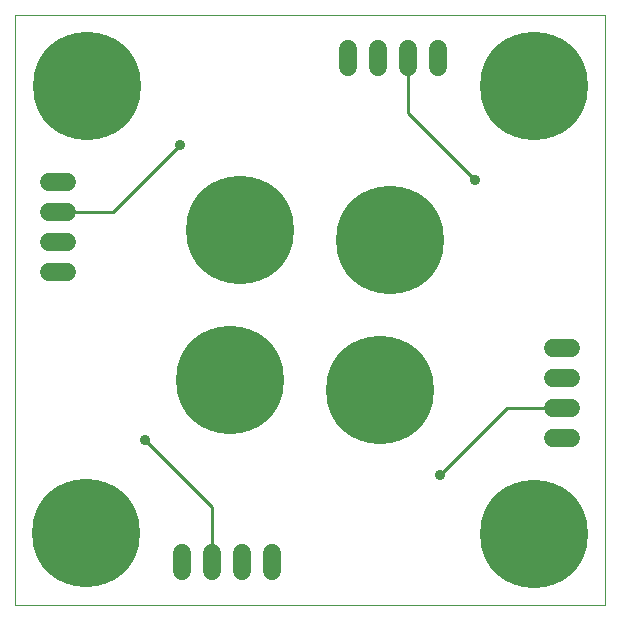
<source format=gbl>
G75*
G70*
%OFA0B0*%
%FSLAX24Y24*%
%IPPOS*%
%LPD*%
%AMOC8*
5,1,8,0,0,1.08239X$1,22.5*
%
%ADD10C,0.0000*%
%ADD11C,0.3600*%
%ADD12C,0.0600*%
%ADD13C,0.0356*%
%ADD14C,0.0100*%
D10*
X000181Y000181D02*
X000181Y019866D01*
X019866Y019866D01*
X019866Y000181D01*
X000181Y000181D01*
D11*
X002567Y002575D03*
X007355Y007693D03*
X012355Y007355D03*
X012693Y012355D03*
X007693Y012693D03*
X002575Y017481D03*
X017481Y017473D03*
X017473Y002567D03*
D12*
X018110Y005748D02*
X018710Y005748D01*
X018710Y006748D02*
X018110Y006748D01*
X018110Y007748D02*
X018710Y007748D01*
X018710Y008748D02*
X018110Y008748D01*
X014300Y018110D02*
X014300Y018710D01*
X013300Y018710D02*
X013300Y018110D01*
X012300Y018110D02*
X012300Y018710D01*
X011300Y018710D02*
X011300Y018110D01*
X001938Y014300D02*
X001338Y014300D01*
X001338Y013300D02*
X001938Y013300D01*
X001938Y012300D02*
X001338Y012300D01*
X001338Y011300D02*
X001938Y011300D01*
X005748Y001938D02*
X005748Y001338D01*
X006748Y001338D02*
X006748Y001938D01*
X007748Y001938D02*
X007748Y001338D01*
X008748Y001338D02*
X008748Y001938D01*
D13*
X004512Y005693D03*
X014355Y004512D03*
X015536Y014355D03*
X005693Y015536D03*
D14*
X003457Y013300D01*
X001638Y013300D01*
X004512Y005693D02*
X006748Y003457D01*
X006748Y001638D01*
X014355Y004512D02*
X016591Y006748D01*
X018410Y006748D01*
X015536Y014355D02*
X013300Y016591D01*
X013300Y018410D01*
M02*

</source>
